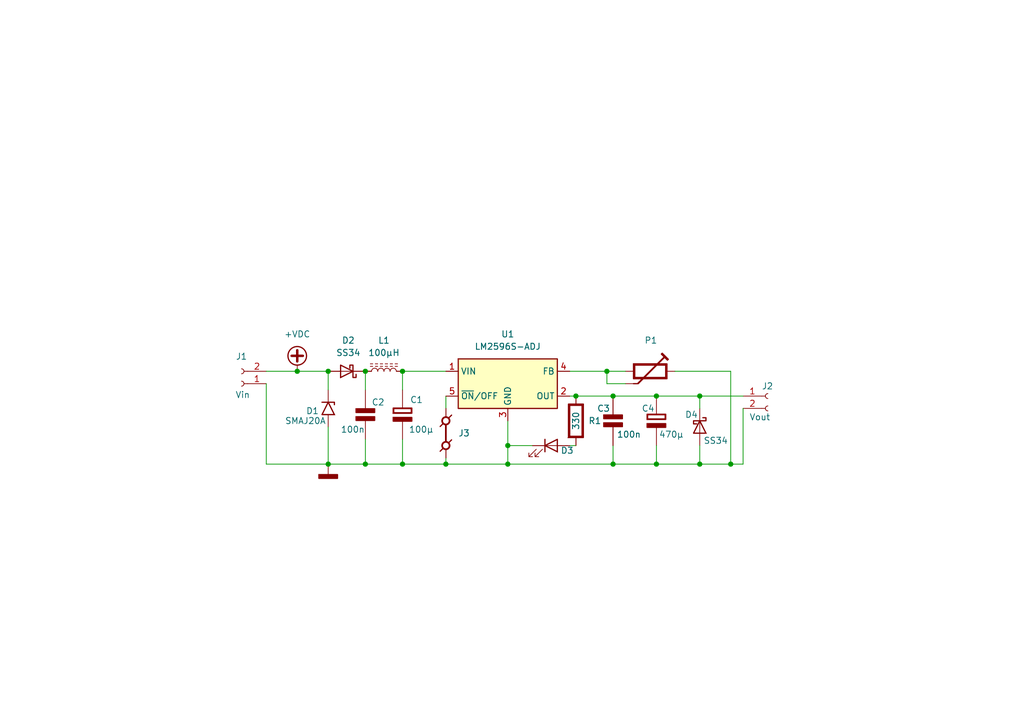
<source format=kicad_sch>
(kicad_sch (version 20250114) (generator "eeschema") (generator_version "9.0")
  (paper "A5")
  (title_block (title "DC-Step-Down-Wandler für Raspberry Pi") (date "2025-05-04") (company "Kroesch.NET"))
  (lib_symbols
    (symbol "Connector:Conn_01x02_Socket" (pin_names (offset 1.016) (hide yes))
      (property "Reference" "J" (at 0 2.54 0))
      (property "Value" "Conn_01x02_Socket" (at 0 -5.08 0))
      (symbol "Conn_01x02_Socket_1_1"
        (polyline (pts (xy -1.27 0) (xy -0.508 0)) (stroke (width 0.1524)))
        (polyline (pts (xy -1.27 -2.54) (xy -0.508 -2.54)) (stroke (width 0.1524)))
        (arc (start 0 -0.508) (mid -0.5058 0) (end 0 0.508) (stroke (width 0.1524)))
        (arc (start 0 -3.048) (mid -0.5058 -2.54) (end 0 -2.032) (stroke (width 0.1524)))
        (pin passive line (at -5.08 0 0) (length 3.81) (name "Pin_1") (number "1"))
        (pin passive line (at -5.08 -2.54 0) (length 3.81) (name "Pin_2") (number "2"))
      )
    )
    (symbol "Device:LED" (pin_numbers (hide yes)) (pin_names (offset 1.016) (hide yes))
      (property "Reference" "D" (at 0 2.54 0))
      (property "Value" "LED" (at 0 -2.54 0))
      (symbol "LED_0_1"
        (polyline (pts (xy -3.048 -0.762) (xy -4.572 -2.286) (xy -3.81 -2.286) (xy -4.572 -2.286) (xy -4.572 -1.524)))
        (polyline (pts (xy -1.778 -0.762) (xy -3.302 -2.286) (xy -2.54 -2.286) (xy -3.302 -2.286) (xy -3.302 -1.524)))
        (polyline (pts (xy -1.27 0) (xy 1.27 0)))
        (polyline (pts (xy -1.27 -1.27) (xy -1.27 1.27)) (stroke (width 0.254)))
        (polyline (pts (xy 1.27 -1.27) (xy 1.27 1.27) (xy -1.27 0) (xy 1.27 -1.27)) (stroke (width 0.254)))
      )
      (symbol "LED_1_1"
        (pin passive line (at -3.81 0 0) (length 2.54) (name "K") (number "1"))
        (pin passive line (at 3.81 0 180) (length 2.54) (name "A") (number "2"))
      )
    )
    (symbol "Device:L_Ferrite" (pin_numbers (hide yes)) (pin_names (offset 1.016) (hide yes))
      (property "Reference" "L" (at -1.27 0 90))
      (property "Value" "L_Ferrite" (at 2.794 0 90))
      (symbol "L_Ferrite_0_1"
        (arc (start 0 2.54) (mid 0.6323 1.905) (end 0 1.27))
        (arc (start 0 1.27) (mid 0.6323 0.635) (end 0 0))
        (arc (start 0 0) (mid 0.6323 -0.635) (end 0 -1.27))
        (arc (start 0 -1.27) (mid 0.6323 -1.905) (end 0 -2.54))
        (polyline (pts (xy 1.016 2.286) (xy 1.016 2.794)))
        (polyline (pts (xy 1.016 1.27) (xy 1.016 1.778)))
        (polyline (pts (xy 1.016 0.254) (xy 1.016 0.762)))
        (polyline (pts (xy 1.016 -0.762) (xy 1.016 -0.254)))
        (polyline (pts (xy 1.016 -1.778) (xy 1.016 -1.27)))
        (polyline (pts (xy 1.016 -2.794) (xy 1.016 -2.286)))
        (polyline (pts (xy 1.524 2.794) (xy 1.524 2.286)))
        (polyline (pts (xy 1.524 1.778) (xy 1.524 1.27)))
        (polyline (pts (xy 1.524 0.762) (xy 1.524 0.254)))
        (polyline (pts (xy 1.524 -0.254) (xy 1.524 -0.762)))
        (polyline (pts (xy 1.524 -1.27) (xy 1.524 -1.778)))
        (polyline (pts (xy 1.524 -2.286) (xy 1.524 -2.794)))
      )
      (symbol "L_Ferrite_1_1"
        (pin passive line (at 0 3.81 270) (length 1.27) (name "1") (number "1"))
        (pin passive line (at 0 -3.81 90) (length 1.27) (name "2") (number "2"))
      )
    )
    (symbol "Diode:SMAJ20A" (pin_numbers (hide yes)) (pin_names (offset 1.016) (hide yes))
      (property "Reference" "D" (at 0 2.54 0))
      (property "Value" "SMAJ20A" (at 0 -2.54 0))
      (symbol "SMAJ20A_0_1"
        (polyline (pts (xy -0.762 1.27) (xy -1.27 1.27) (xy -1.27 -1.27)) (stroke (width 0.254)))
        (polyline (pts (xy 1.27 1.27) (xy 1.27 -1.27) (xy -1.27 0) (xy 1.27 1.27)) (stroke (width 0.254)))
      )
      (symbol "SMAJ20A_1_1"
        (pin passive line (at -3.81 0 0) (length 2.54) (name "A1") (number "1"))
        (pin passive line (at 3.81 0 180) (length 2.54) (name "A2") (number "2"))
      )
    )
    (symbol "Diode:SS34" (pin_numbers (hide yes)) (pin_names (offset 1.016) (hide yes))
      (property "Reference" "D" (at 0 2.54 0))
      (property "Value" "SS34" (at 0 -2.54 0))
      (symbol "SS34_0_1"
        (polyline (pts (xy -1.905 0.635) (xy -1.905 1.27) (xy -1.27 1.27) (xy -1.27 -1.27) (xy -0.635 -1.27) (xy -0.635 -0.635)) (stroke (width 0.254)))
        (polyline (pts (xy 1.27 1.27) (xy 1.27 -1.27) (xy -1.27 0) (xy 1.27 1.27)) (stroke (width 0.254)))
        (polyline (pts (xy 1.27 0) (xy -1.27 0)))
      )
      (symbol "SS34_1_1"
        (pin passive line (at -3.81 0 0) (length 2.54) (name "K") (number "1"))
        (pin passive line (at 3.81 0 180) (length 2.54) (name "A") (number "2"))
      )
    )
    (symbol "Elektuur:C" (pin_numbers (hide yes)) (pin_names (offset 0) (hide yes))
      (property "Reference" "C" (at 0.635 3.175 0))
      (property "Value" "C" (at 0.635 -3.175 0))
      (symbol "C_1_1"
        (rectangle (start -1.905 1.1938) (end 1.905 0.4318) (stroke (width 0.254)) (fill (type outline)))
        (rectangle (start -1.905 -0.4318) (end 1.905 -1.1938) (stroke (width 0.254)) (fill (type outline)))
        (pin passive line (at 0 5.08 270) (length 3.8862) (name "+") (number "1"))
        (pin passive line (at 0 -5.08 90) (length 3.8862) (name "-") (number "2"))
      )
      (symbol "C_1_2"
        (polyline (pts (xy -1.905 0.4318) (xy 1.905 0.4318) (xy 1.905 1.4986) (xy -1.905 1.4986) (xy -1.905 0.4318) (xy -1.8034 0.5334) (xy -1.8034 1.397) (xy 1.8034 1.397) (xy 1.8034 0.5334) (xy -1.8034 0.5334) (xy -1.905 0.4318)) (stroke (width 0.254)) (fill (type outline)))
        (polyline (pts (xy -1.905 -1.4986) (xy 1.905 -1.4986) (xy 1.905 -0.4318) (xy -1.905 -0.4318) (xy -1.905 -1.4986) (xy -1.8034 -1.397) (xy -1.8034 -0.5334) (xy 1.8034 -0.5334) (xy 1.8034 -1.397) (xy -1.8034 -1.397) (xy -1.905 -1.4986)) (stroke (width 0.254)) (fill (type outline)))
        (pin passive line (at 0 5.08 270) (length 3.5814) (name "+") (number "1"))
        (pin passive line (at 0 -5.08 90) (length 3.5814) (name "-") (number "2"))
      )
    )
    (symbol "Elektuur:C-polar" (pin_numbers (hide yes)) (pin_names (offset 0) (hide yes))
      (property "Reference" "C" (at 0.635 3.175 0))
      (property "Value" "C-polar" (at 0.635 -3.175 0))
      (property "Rating" "V" (at -0.635 -3.175 0))
      (symbol "C-polar_1_1"
        (polyline (pts (xy -1.905 0.2794) (xy 1.905 0.2794) (xy 1.905 1.3462) (xy -1.905 1.3462) (xy -1.905 0.2794) (xy -1.8034 0.381) (xy -1.8034 1.2446) (xy 1.8034 1.2446) (xy 1.8034 0.381) (xy -1.8034 0.381) (xy -1.905 0.2794)) (stroke (width 0.254)) (fill (type outline)))
        (rectangle (start -1.905 -0.5842) (end 1.905 -1.3462) (stroke (width 0.254)) (fill (type outline)))
        (pin passive line (at 0 5.08 270) (length 3.7338) (name "+") (number "1"))
        (pin passive line (at 0 -5.08 90) (length 3.7338) (name "-") (number "2"))
      )
      (symbol "C-polar_1_2"
        (polyline (pts (xy -1.905 0.4318) (xy 1.905 0.4318) (xy 1.905 1.4986) (xy -1.905 1.4986) (xy -1.905 0.4318) (xy -1.8034 0.5334) (xy -1.8034 1.397) (xy 1.8034 1.397) (xy 1.8034 0.5334) (xy -1.8034 0.5334) (xy -1.905 0.4318)) (stroke (width 0.254)) (fill (type outline)))
        (rectangle (start -1.905 -0.4318) (end 1.905 -1.1938) (stroke (width 0.254)) (fill (type outline)))
        (pin passive line (at 0 5.08 270) (length 3.5814) (name "+") (number "1"))
        (pin passive line (at 0 -5.08 90) (length 3.8862) (name "-") (number "2"))
      )
    )
    (symbol "Elektuur:J-jumper" (pin_numbers (hide yes)) (pin_names (offset 0) (hide yes))
      (property "Reference" "J" (at 2.54 3.175 0))
      (symbol "J-jumper_0_3"
        (polyline (pts (xy 0 0)) (stroke (width -0.0508)))
      )
      (symbol "J-jumper_1_0"
        (polyline (pts (xy -0.5842 1.9558) (xy -1.1684 1.3716)) (stroke (width 0.254)))
        (polyline (pts (xy -0.5842 -3.1242) (xy -1.1684 -3.7084)) (stroke (width 0.254)))
        (circle (center 0 2.54) (radius 0.762) (stroke (width 0.3556)))
        (circle (center 0 -2.54) (radius 0.762) (stroke (width 0.3556)))
        (polyline (pts (xy 0.5842 3.1242) (xy 1.1684 3.7084)) (stroke (width 0.254)))
        (polyline (pts (xy 0.5842 -1.9558) (xy 1.1684 -1.3716)) (stroke (width 0.254)))
        (pin passive line (at 0 5.08 270) (length 1.7272) (name "1") (number "1"))
        (pin passive line (at 0 -5.08 90) (length 1.7272) (name "2") (number "2"))
      )
      (symbol "J-jumper_1_1"
        (polyline (pts (xy 0 -1.7272) (xy 0 1.7272)) (stroke (width 0.3556)))
      )
      (symbol "J-jumper_1_2"
        (polyline (pts (xy 0 1.1176) (xy 0 1.7272)) (stroke (width 0.3556)))
        (polyline (pts (xy 0 -0.4064) (xy 0 0.4064)) (stroke (width 0.3556)))
        (polyline (pts (xy 0 -1.7272) (xy 0 -1.1176)) (stroke (width 0.3556)))
      )
    )
    (symbol "Elektuur:P-trim" (pin_numbers (hide yes)) (pin_names (offset 0) (hide yes))
      (property "Reference" "P" (at 2.54 3.175 0))
      (symbol "P-trim_1_1"
        (polyline (pts (xy -1.524 -3.429) (xy 1.524 -3.429) (xy 1.524 3.429) (xy -1.524 3.429) (xy -1.524 -3.429) (xy -1.27 -3.175) (xy -1.27 3.175) (xy 1.27 3.175) (xy 1.27 -3.175) (xy -1.27 -3.175) (xy -1.524 -3.429)) (stroke (width 0.254)) (fill (type outline)))
        (polyline (pts (xy 2.54 -2.6162) (xy -2.9464 2.8702) (xy -3.5306 2.286) (xy -3.7084 2.4638) (xy -2.4638 3.7084) (xy -2.286 3.5306) (xy -2.8702 2.9464) (xy 2.54 -2.4638) (xy 2.54 -3.429)) (stroke (width 0.254)) (fill (type outline)))
        (pin passive line (at 0 5.08 270) (length 1.651) (name "c") (number "3"))
        (pin passive line (at 0 -5.08 90) (length 1.651) (name "a") (number "1"))
        (pin passive line (at 2.54 -5.08 90) (length 1.651) (name "b") (number "2"))
      )
      (symbol "P-trim_1_2"
        (polyline (pts (xy -1.524 -3.429) (xy 1.524 -3.429) (xy 1.524 3.429) (xy -1.524 3.429) (xy -1.524 -3.429) (xy -1.27 -3.175) (xy -1.27 3.175) (xy 1.27 3.175) (xy 1.27 -3.175) (xy -1.27 -3.175) (xy -1.524 -3.429)) (stroke (width 0.254)) (fill (type outline)))
        (polyline (pts (xy 3.175 -3.2512) (xy -2.9972 2.921) (xy -3.5814 2.3368) (xy -3.7592 2.5146) (xy -2.5146 3.7592) (xy -2.3368 3.5814) (xy -2.921 2.9972) (xy 3.175 -3.0988) (xy 3.175 -3.429)) (stroke (width 0.254)) (fill (type outline)))
        (pin passive line (at 0 5.08 270) (length 1.651) (name "c") (number "3"))
        (pin passive line (at 0 -5.08 90) (length 1.651) (name "a") (number "1"))
        (pin passive line (at 3.175 -5.08 90) (length 1.651) (name "b") (number "2"))
      )
    )
    (symbol "Elektuur:R" (pin_numbers (hide yes)) (pin_names (offset 0) (hide yes))
      (property "Reference" "R" (at 2.54 3.175 0))
      (property "Value" "R" (at 0 0 90))
      (symbol "R_1_1"
        (polyline (pts (xy -1.524 -3.429) (xy 1.524 -3.429) (xy 1.524 3.429) (xy -1.524 3.429) (xy -1.524 -3.429) (xy -1.27 -3.175) (xy -1.27 3.175) (xy 1.27 3.175) (xy 1.27 -3.175) (xy -1.27 -3.175) (xy -1.524 -3.429)) (stroke (width 0.254)) (fill (type outline)))
        (pin passive line (at 0 5.08 270) (length 1.651) (name "+") (number "1"))
        (pin passive line (at 0 -5.08 90) (length 1.651) (name "-") (number "2"))
      )
      (symbol "R_1_2"
        (polyline (pts (xy -0.508 -3.429) (xy 1.524 -3.429) (xy 1.524 3.429) (xy -0.508 3.429) (xy -0.508 3.175) (xy 1.27 3.175) (xy 1.27 -3.175) (xy -0.508 -3.175) (xy -0.508 -3.429)) (stroke (width 0.254)) (fill (type outline)))
        (pin passive line (at 0 5.08 270) (length 1.651) (name "+") (number "1"))
        (pin passive line (at 0 -5.08 90) (length 1.651) (name "-") (number "2"))
      )
      (symbol "R_1_3"
        (polyline (pts (xy 0 3.4798) (xy 0 3.2004) (xy 0.7112 2.794) (xy -1.1938 1.6764) (xy 0.7112 0.5588) (xy -1.1938 -0.5588) (xy 0.7112 -1.6764) (xy -1.1938 -2.794) (xy 0 -3.4798) (xy 0 -3.2004) (xy -0.7112 -2.794) (xy 1.1938 -1.6764) (xy -0.7112 -0.5588) (xy 1.1938 0.5588) (xy -0.7112 1.6764) (xy 1.1938 2.794) (xy 0 3.4798)) (stroke (width 0.254)) (fill (type outline)))
        (pin passive line (at 0 5.08 270) (length 1.6002) (name "+") (number "1"))
        (pin passive line (at 0 -5.08 90) (length 1.6002) (name "-") (number "2"))
      )
      (symbol "R_1_4"
        (polyline (pts (xy 0 4.5466) (xy 0 4.2672) (xy 0.0508 4.2418) (xy 1.016 3.683) (xy -1.524 2.2098) (xy 1.016 0.7366) (xy -1.524 -0.7366) (xy 1.016 -2.2098) (xy -1.524 -3.683) (xy -0.0762 -4.5212) (xy 0 -4.5466) (xy 0 -4.2672) (xy -0.0508 -4.2418) (xy -1.016 -3.683) (xy 1.524 -2.2098) (xy -1.016 -0.7366) (xy 1.524 0.7366) (xy -1.016 2.2098) (xy 1.524 3.683) (xy 0.0762 4.5212) (xy 0 4.5466)) (stroke (width 0.254)) (fill (type outline)))
        (pin passive line (at 0 5.08 270) (length 0.5334) (name "+") (number "1"))
        (pin passive line (at 0 -5.08 90) (length 0.5334) (name "-") (number "2"))
      )
    )
    (symbol "Elektuur:V-GND" (power) (pin_numbers (hide yes)) (pin_names (offset 1.27) (hide yes))
      (symbol "V-GND_1_1"
        (rectangle (start -1.905 -2.159) (end 1.905 -2.921) (stroke (width 0.254)) (fill (type outline)))
        (polyline (pts (xy 0 0) (xy 0 -2.159)))
        (pin power_in line (at 0 0 0) (length 0) (hide yes) (name "0") (number "0"))
      )
      (symbol "V-GND_1_2"
        (rectangle (start -1.905 0.381) (end 1.905 -0.381) (stroke (width 0.254)) (fill (type outline)))
        (pin power_in line (at 0 0 0) (length 0) (hide yes) (name "0") (number "0"))
      )
    )
    (symbol "Regulator_Switching:LM2596S-ADJ"
      (property "Reference" "U" (at -10.16 6.35 0))
      (property "Value" "LM2596S-ADJ" (at 0 6.35 0))
      (symbol "LM2596S-ADJ_0_1"
        (rectangle (start -10.16 5.08) (end 10.16 -5.08) (stroke (width 0.254)) (fill (type background)))
      )
      (symbol "LM2596S-ADJ_1_1"
        (pin power_in line (at -12.7 2.54 0) (length 2.54) (name "VIN") (number "1"))
        (pin input line (at -12.7 -2.54 0) (length 2.54) (name "~{ON}/OFF") (number "5"))
        (pin power_in line (at 0 -7.62 90) (length 2.54) (name "GND") (number "3"))
        (pin input line (at 12.7 2.54 180) (length 2.54) (name "FB") (number "4"))
        (pin output line (at 12.7 -2.54 180) (length 2.54) (name "OUT") (number "2"))
      )
    )
    (symbol "power:+VDC" (power) (pin_numbers (hide yes)) (pin_names (offset 0) (hide yes))
      (property "Value" "+VDC" (at 0 6.35 0))
      (symbol "+VDC_0_1"
        (polyline (pts (xy -1.143 3.175) (xy 1.143 3.175)) (stroke (width 0.508)))
        (circle (center 0 3.175) (radius 1.905) (stroke (width 0.254)))
        (polyline (pts (xy 0 2.032) (xy 0 4.318)) (stroke (width 0.508)))
        (polyline (pts (xy 0 0) (xy 0 1.27)))
      )
      (symbol "+VDC_1_1"
        (pin power_in line (at 0 0 90) (length 0) (name "~") (number "1"))
      )
    )
  )
  (junction (at 104.14 95.25))
  (junction (at 60.96 76.2))
  (junction (at 143.51 95.25))
  (junction (at 67.31 95.25))
  (junction (at 82.55 95.25))
  (junction (at 82.55 76.2))
  (junction (at 125.73 95.25))
  (junction (at 104.14 91.44))
  (junction (at 67.31 76.2))
  (junction (at 134.62 81.28))
  (junction (at 149.86 95.25))
  (junction (at 143.51 81.28))
  (junction (at 91.44 95.25))
  (junction (at 74.93 95.25))
  (junction (at 118.11 81.28))
  (junction (at 124.46 76.2))
  (junction (at 74.93 76.2))
  (junction (at 125.73 81.28))
  (junction (at 134.62 95.25))
  (wire (pts (xy 143.51 83.82) (xy 143.51 81.28)))
  (wire (pts (xy 125.73 81.28) (xy 134.62 81.28)))
  (wire (pts (xy 109.22 91.44) (xy 104.14 91.44)))
  (wire (pts (xy 138.43 76.2) (xy 149.86 76.2)))
  (wire (pts (xy 54.61 78.74) (xy 54.61 95.25)))
  (wire (pts (xy 134.62 81.28) (xy 143.51 81.28)))
  (wire (pts (xy 74.93 90.17) (xy 74.93 95.25)))
  (wire (pts (xy 104.14 95.25) (xy 125.73 95.25)))
  (wire (pts (xy 54.61 95.25) (xy 67.31 95.25)))
  (wire (pts (xy 82.55 76.2) (xy 91.44 76.2)))
  (wire (pts (xy 116.84 76.2) (xy 124.46 76.2)))
  (wire (pts (xy 67.31 80.01) (xy 67.31 76.2)))
  (wire (pts (xy 74.93 95.25) (xy 82.55 95.25)))
  (wire (pts (xy 143.51 91.44) (xy 143.51 95.25)))
  (wire (pts (xy 116.84 91.44) (xy 118.11 91.44)))
  (wire (pts (xy 149.86 76.2) (xy 149.86 95.25)))
  (wire (pts (xy 104.14 91.44) (xy 104.14 95.25)))
  (wire (pts (xy 124.46 76.2) (xy 128.27 76.2)))
  (wire (pts (xy 91.44 95.25) (xy 104.14 95.25)))
  (wire (pts (xy 91.44 93.98) (xy 91.44 95.25)))
  (wire (pts (xy 118.11 81.28) (xy 125.73 81.28)))
  (wire (pts (xy 74.93 80.01) (xy 74.93 76.2)))
  (wire (pts (xy 91.44 81.28) (xy 91.44 83.82)))
  (wire (pts (xy 149.86 95.25) (xy 152.4 95.25)))
  (wire (pts (xy 134.62 95.25) (xy 143.51 95.25)))
  (wire (pts (xy 125.73 95.25) (xy 125.73 91.44)))
  (wire (pts (xy 128.27 78.74) (xy 124.46 78.74)))
  (wire (pts (xy 143.51 81.28) (xy 152.4 81.28)))
  (wire (pts (xy 124.46 78.74) (xy 124.46 76.2)))
  (wire (pts (xy 125.73 95.25) (xy 134.62 95.25)))
  (wire (pts (xy 67.31 87.63) (xy 67.31 95.25)))
  (wire (pts (xy 60.96 76.2) (xy 67.31 76.2)))
  (wire (pts (xy 104.14 86.36) (xy 104.14 91.44)))
  (wire (pts (xy 82.55 90.17) (xy 82.55 95.25)))
  (wire (pts (xy 116.84 81.28) (xy 118.11 81.28)))
  (wire (pts (xy 67.31 95.25) (xy 74.93 95.25)))
  (wire (pts (xy 82.55 95.25) (xy 91.44 95.25)))
  (wire (pts (xy 134.62 95.25) (xy 134.62 91.44)))
  (wire (pts (xy 54.61 76.2) (xy 60.96 76.2)))
  (wire (pts (xy 152.4 83.82) (xy 152.4 95.25)))
  (wire (pts (xy 143.51 95.25) (xy 149.86 95.25)))
  (wire (pts (xy 82.55 80.01) (xy 82.55 76.2)))
  (symbol (lib_id "Diode:SS34") (at 143.51 87.63 270) (unit 1)
    (property "Reference" "D4" (at 140.462 85.09 90) (effects (justify left)))
    (property "Value" "SS34" (at 144.272 90.424 90) (effects (justify left)))
    (property "Footprint" "Diode_SMD:D_SMA" (effects (hide yes)))
    (property "Datasheet" "https://www.vishay.com/docs/88751/ss32.pdf" (effects (hide yes)))
    (property "Description" "40V 3A Schottky Diode, SMA" (effects (hide yes)))
  )
  (symbol (lib_id "Elektuur:J-jumper") (at 91.44 88.9 0) (unit 1)
    (property "Reference" "J3" (at 93.98 88.8999 0) (effects (justify left)))
    (property "Value" "J-jumper" (effects (hide yes)))
    (property "Footprint" "Connector_PinHeader_2.54mm:PinHeader_1x02_P2.54mm_Vertical" (effects (hide yes)))
    (property "Description" "jumper; connecting link" (effects (hide yes)))
    (property "Sim.Pins" "1=1 2=2" (effects (hide yes)))
    (property "Sim.Device" "SPICE" (effects (hide yes)))
    (property "Sim.Params" "type=\"R\" model=\"0\" lib=\"\"" (effects (hide yes)))
    (property "Spice_Netlist_Enabled" "Y" (effects (hide yes)))
  )
  (symbol (lib_id "Elektuur:C") (at 125.73 86.36 0) (unit 1)
    (property "Reference" "C3" (at 122.428 83.82 0) (effects (justify left)))
    (property "Value" "100n" (at 126.492 89.154 0) (effects (justify left)))
    (property "Footprint" "Capacitor_SMD:C_0603_1608Metric" (effects (hide yes)))
    (property "Description" "capacitor, non-polarized/bipolar" (effects (hide yes)))
    (property "Indicator" "+" (effects (hide yes)))
    (property "Rating" "V" (effects (hide yes)))
  )
  (symbol (lib_id "Diode:SS34") (at 71.12 76.2 180) (unit 1)
    (property "Reference" "D2" (at 71.4375 69.85 0))
    (property "Value" "SS34" (at 71.4375 72.39 0))
    (property "Footprint" "Diode_SMD:D_SMA" (effects (hide yes)))
    (property "Datasheet" "https://www.vishay.com/docs/88751/ss32.pdf" (effects (hide yes)))
    (property "Description" "40V 3A Schottky Diode, SMA" (effects (hide yes)))
  )
  (symbol (lib_id "Diode:SMAJ20A") (at 67.31 83.82 270) (unit 1)
    (property "Reference" "D1" (at 62.738 84.328 90) (effects (justify left)))
    (property "Value" "SMAJ20A" (at 58.42 86.36 90) (effects (justify left)))
    (property "Footprint" "Diode_SMD:D_SMA" (effects (hide yes)))
    (property "Datasheet" "https://www.littelfuse.com/media?resourcetype=datasheets&itemid=75e32973-b177-4ee3-a0ff-cedaf1abdb93&filename=smaj-datasheet" (effects (hide yes)))
    (property "Description" "400W unidirectional Transient Voltage Suppressor, 20.0Vr, SMA(DO-214AC)" (effects (hide yes)))
  )
  (symbol (lib_id "power:+VDC") (at 60.96 76.2 0) (unit 1)
    (property "Reference" "#PWR01" (effects (hide yes)))
    (property "Value" "+VDC" (at 60.96 68.58 0))
    (property "Description" "Power symbol creates a global label with name \"+VDC\"" (effects (hide yes)))
  )
  (symbol (lib_id "Elektuur:C-polar") (at 82.55 85.09 0) (unit 1)
    (property "Reference" "C1" (at 84.074 82.042 0) (effects (justify left)))
    (property "Value" "100µ" (at 83.82 88.138 0) (effects (justify left)))
    (property "Footprint" "Capacitor_Tantalum_SMD:CP_EIA-3528-12_Kemet-T" (effects (hide yes)))
    (property "Description" "capacitor, polar(ized)" (effects (hide yes)))
    (property "Indicator" "+" (effects (hide yes)))
    (property "Rating" "V" (effects (hide yes)))
  )
  (symbol (lib_id "Elektuur:R") (at 118.11 86.36 0) (unit 1)
    (property "Reference" "R1" (at 120.65 86.3599 0) (effects (justify left)))
    (property "Value" "330" (at 118.11 86.36 90))
    (property "Footprint" "Resistor_SMD:R_MiniMELF_MMA-0204" (effects (hide yes)))
    (property "Description" "resistor" (effects (hide yes)))
    (property "Indicator" "+" (effects (hide yes)))
    (property "Rating" "W" (effects (hide yes)))
  )
  (symbol (lib_id "Connector:Conn_01x02_Socket") (at 157.48 81.28 0) (unit 1)
    (property "Reference" "J2" (at 156.21 79.248 0) (effects (justify left)))
    (property "Value" "Vout" (at 153.67 85.598 0) (effects (justify left)))
    (property "Footprint" "TerminalBlock_Phoenix:TerminalBlock_Phoenix_MPT-0,5-2-2.54_1x02_P2.54mm_Horizontal" (effects (hide yes)))
    (property "Description" "Generic connector, single row, 01x02, script generated" (effects (hide yes)))
  )
  (symbol (lib_id "Elektuur:V-GND") (at 67.31 95.25 0) (unit 1)
    (property "Reference" "#PWR02" (effects (hide yes)))
    (property "Value" "V-GND" (effects (hide yes)))
    (property "Description" "GND/0/frame/chassis (global node 0)" (effects (hide yes)))
    (property "Label" "GND" (effects (hide yes)))
  )
  (symbol (lib_id "Elektuur:P-trim") (at 133.35 76.2 270) (unit 1)
    (property "Reference" "P1" (at 133.4897 69.85 90))
    (property "Value" "P-trim" (effects (hide yes)))
    (property "Footprint" "Potentiometer_THT:Potentiometer_Bourns_3386P_Vertical" (effects (hide yes)))
    (property "Description" "potentiometer with movable contact and pre-set adjustment (trimpot/trimmer)" (effects (hide yes)))
    (property "Sim.Pins" "1=1 1=2 2=3 2=4 3=5 3=6" (effects (hide yes)))
    (property "Sim.Device" "SPICE" (effects (hide yes)))
    (property "Sim.Params" "type=\"A\" model=\"lin100k\" lib=\"potentiometer.lib\"" (effects (hide yes)))
  )
  (symbol (lib_id "Elektuur:C-polar") (at 134.62 86.36 0) (unit 1)
    (property "Reference" "C4" (at 131.572 83.82 0) (effects (justify left)))
    (property "Value" "470µ" (at 135.128 89.154 0) (effects (justify left)))
    (property "Footprint" "Capacitor_Tantalum_SMD:CP_EIA-3528-12_Kemet-T" (effects (hide yes)))
    (property "Description" "capacitor, polar(ized)" (effects (hide yes)))
    (property "Indicator" "+" (effects (hide yes)))
    (property "Rating" "V" (effects (hide yes)))
  )
  (symbol (lib_id "Regulator_Switching:LM2596S-ADJ") (at 104.14 78.74 0) (unit 1)
    (property "Reference" "U1" (at 104.14 68.58 0))
    (property "Value" "LM2596S-ADJ" (at 104.14 71.12 0))
    (property "Footprint" "Package_TO_SOT_SMD:TO-263-5_TabPin3" (effects (hide yes)))
    (property "Datasheet" "http://www.ti.com/lit/ds/symlink/lm2596.pdf" (effects (hide yes)))
    (property "Description" "Adjustable 3A Step-Down Voltage Regulator, TO-263" (effects (hide yes)))
  )
  (symbol (lib_id "Connector:Conn_01x02_Socket") (at 49.53 78.74 180) (unit 1)
    (property "Reference" "J1" (at 49.53 73.152 0))
    (property "Value" "Vin" (at 49.784 81.026 0))
    (property "Footprint" "TerminalBlock_Phoenix:TerminalBlock_Phoenix_MPT-0,5-2-2.54_1x02_P2.54mm_Horizontal" (effects (hide yes)))
    (property "Description" "Generic connector, single row, 01x02, script generated" (effects (hide yes)))
  )
  (symbol (lib_id "Elektuur:C") (at 74.93 85.09 0) (unit 1)
    (property "Reference" "C2" (at 76.2 82.55 0) (effects (justify left)))
    (property "Value" "100n" (at 69.85 88.138 0) (effects (justify left)))
    (property "Footprint" "Capacitor_SMD:C_0603_1608Metric" (effects (hide yes)))
    (property "Description" "capacitor, non-polarized/bipolar" (effects (hide yes)))
    (property "Indicator" "+" (effects (hide yes)))
    (property "Rating" "V" (effects (hide yes)))
  )
  (symbol (lib_id "Device:L_Ferrite") (at 78.74 76.2 90) (unit 1)
    (property "Reference" "L1" (at 78.74 69.85 90))
    (property "Value" "100µH" (at 78.74 72.39 90))
    (property "Footprint" "Inductor_THT:L_Radial_D7.5mm_P5.00mm_Fastron_07P" (effects (hide yes)))
    (property "Description" "Inductor with ferrite core" (effects (hide yes)))
  )
  (symbol (lib_id "Device:LED") (at 113.03 91.44 0) (unit 1)
    (property "Reference" "D3" (at 116.332 92.456 0))
    (property "Value" "LED" (effects (hide yes)))
    (property "Footprint" "LED_SMD:LED_Kingbright_AAA3528ESGCT" (effects (hide yes)))
    (property "Description" "Light emitting diode" (effects (hide yes)))
    (property "Sim.Pins" "1=K 2=A" (effects (hide yes)))
  )
)
</source>
